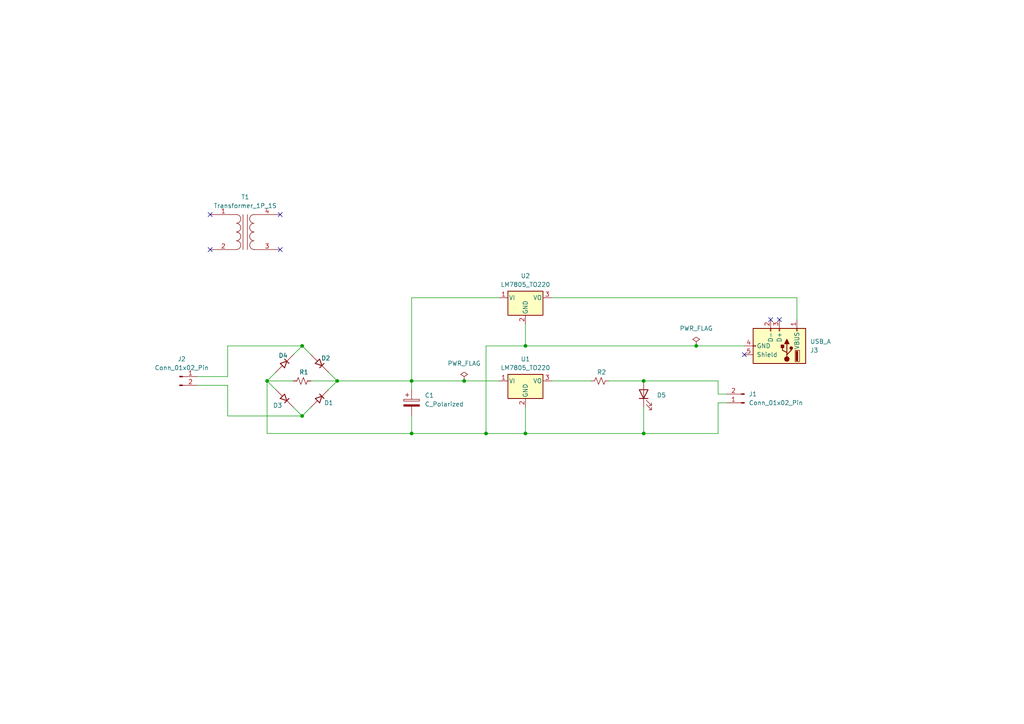
<source format=kicad_sch>
(kicad_sch
	(version 20250114)
	(generator "eeschema")
	(generator_version "9.0")
	(uuid "f27de74d-79e2-4f5f-8809-7d4b5c38061a")
	(paper "A4")
	(lib_symbols
		(symbol "Connector:Conn_01x02_Pin"
			(pin_names
				(offset 1.016)
				(hide yes)
			)
			(exclude_from_sim no)
			(in_bom yes)
			(on_board yes)
			(property "Reference" "J"
				(at 0 2.54 0)
				(effects
					(font
						(size 1.27 1.27)
					)
				)
			)
			(property "Value" "Conn_01x02_Pin"
				(at 0 -5.08 0)
				(effects
					(font
						(size 1.27 1.27)
					)
				)
			)
			(property "Footprint" ""
				(at 0 0 0)
				(effects
					(font
						(size 1.27 1.27)
					)
					(hide yes)
				)
			)
			(property "Datasheet" "~"
				(at 0 0 0)
				(effects
					(font
						(size 1.27 1.27)
					)
					(hide yes)
				)
			)
			(property "Description" "Generic connector, single row, 01x02, script generated"
				(at 0 0 0)
				(effects
					(font
						(size 1.27 1.27)
					)
					(hide yes)
				)
			)
			(property "ki_locked" ""
				(at 0 0 0)
				(effects
					(font
						(size 1.27 1.27)
					)
				)
			)
			(property "ki_keywords" "connector"
				(at 0 0 0)
				(effects
					(font
						(size 1.27 1.27)
					)
					(hide yes)
				)
			)
			(property "ki_fp_filters" "Connector*:*_1x??_*"
				(at 0 0 0)
				(effects
					(font
						(size 1.27 1.27)
					)
					(hide yes)
				)
			)
			(symbol "Conn_01x02_Pin_1_1"
				(rectangle
					(start 0.8636 0.127)
					(end 0 -0.127)
					(stroke
						(width 0.1524)
						(type default)
					)
					(fill
						(type outline)
					)
				)
				(rectangle
					(start 0.8636 -2.413)
					(end 0 -2.667)
					(stroke
						(width 0.1524)
						(type default)
					)
					(fill
						(type outline)
					)
				)
				(polyline
					(pts
						(xy 1.27 0) (xy 0.8636 0)
					)
					(stroke
						(width 0.1524)
						(type default)
					)
					(fill
						(type none)
					)
				)
				(polyline
					(pts
						(xy 1.27 -2.54) (xy 0.8636 -2.54)
					)
					(stroke
						(width 0.1524)
						(type default)
					)
					(fill
						(type none)
					)
				)
				(pin passive line
					(at 5.08 0 180)
					(length 3.81)
					(name "Pin_1"
						(effects
							(font
								(size 1.27 1.27)
							)
						)
					)
					(number "1"
						(effects
							(font
								(size 1.27 1.27)
							)
						)
					)
				)
				(pin passive line
					(at 5.08 -2.54 180)
					(length 3.81)
					(name "Pin_2"
						(effects
							(font
								(size 1.27 1.27)
							)
						)
					)
					(number "2"
						(effects
							(font
								(size 1.27 1.27)
							)
						)
					)
				)
			)
			(embedded_fonts no)
		)
		(symbol "Connector:USB_A"
			(pin_names
				(offset 1.016)
			)
			(exclude_from_sim no)
			(in_bom yes)
			(on_board yes)
			(property "Reference" "J"
				(at -5.08 11.43 0)
				(effects
					(font
						(size 1.27 1.27)
					)
					(justify left)
				)
			)
			(property "Value" "USB_A"
				(at -5.08 8.89 0)
				(effects
					(font
						(size 1.27 1.27)
					)
					(justify left)
				)
			)
			(property "Footprint" ""
				(at 3.81 -1.27 0)
				(effects
					(font
						(size 1.27 1.27)
					)
					(hide yes)
				)
			)
			(property "Datasheet" "~"
				(at 3.81 -1.27 0)
				(effects
					(font
						(size 1.27 1.27)
					)
					(hide yes)
				)
			)
			(property "Description" "USB Type A connector"
				(at 0 0 0)
				(effects
					(font
						(size 1.27 1.27)
					)
					(hide yes)
				)
			)
			(property "ki_keywords" "connector USB"
				(at 0 0 0)
				(effects
					(font
						(size 1.27 1.27)
					)
					(hide yes)
				)
			)
			(property "ki_fp_filters" "USB*"
				(at 0 0 0)
				(effects
					(font
						(size 1.27 1.27)
					)
					(hide yes)
				)
			)
			(symbol "USB_A_0_1"
				(rectangle
					(start -5.08 -7.62)
					(end 5.08 7.62)
					(stroke
						(width 0.254)
						(type default)
					)
					(fill
						(type background)
					)
				)
				(circle
					(center -3.81 2.159)
					(radius 0.635)
					(stroke
						(width 0.254)
						(type default)
					)
					(fill
						(type outline)
					)
				)
				(polyline
					(pts
						(xy -3.175 2.159) (xy -2.54 2.159) (xy -1.27 3.429) (xy -0.635 3.429)
					)
					(stroke
						(width 0.254)
						(type default)
					)
					(fill
						(type none)
					)
				)
				(polyline
					(pts
						(xy -2.54 2.159) (xy -1.905 2.159) (xy -1.27 0.889) (xy 0 0.889)
					)
					(stroke
						(width 0.254)
						(type default)
					)
					(fill
						(type none)
					)
				)
				(rectangle
					(start -1.524 4.826)
					(end -4.318 5.334)
					(stroke
						(width 0)
						(type default)
					)
					(fill
						(type outline)
					)
				)
				(rectangle
					(start -1.27 4.572)
					(end -4.572 5.842)
					(stroke
						(width 0)
						(type default)
					)
					(fill
						(type none)
					)
				)
				(circle
					(center -0.635 3.429)
					(radius 0.381)
					(stroke
						(width 0.254)
						(type default)
					)
					(fill
						(type outline)
					)
				)
				(rectangle
					(start -0.127 -7.62)
					(end 0.127 -6.858)
					(stroke
						(width 0)
						(type default)
					)
					(fill
						(type none)
					)
				)
				(rectangle
					(start 0.254 1.27)
					(end -0.508 0.508)
					(stroke
						(width 0.254)
						(type default)
					)
					(fill
						(type outline)
					)
				)
				(polyline
					(pts
						(xy 0.635 2.794) (xy 0.635 1.524) (xy 1.905 2.159) (xy 0.635 2.794)
					)
					(stroke
						(width 0.254)
						(type default)
					)
					(fill
						(type outline)
					)
				)
				(rectangle
					(start 5.08 4.953)
					(end 4.318 5.207)
					(stroke
						(width 0)
						(type default)
					)
					(fill
						(type none)
					)
				)
				(rectangle
					(start 5.08 -0.127)
					(end 4.318 0.127)
					(stroke
						(width 0)
						(type default)
					)
					(fill
						(type none)
					)
				)
				(rectangle
					(start 5.08 -2.667)
					(end 4.318 -2.413)
					(stroke
						(width 0)
						(type default)
					)
					(fill
						(type none)
					)
				)
			)
			(symbol "USB_A_1_1"
				(polyline
					(pts
						(xy -1.905 2.159) (xy 0.635 2.159)
					)
					(stroke
						(width 0.254)
						(type default)
					)
					(fill
						(type none)
					)
				)
				(pin passive line
					(at -2.54 -10.16 90)
					(length 2.54)
					(name "Shield"
						(effects
							(font
								(size 1.27 1.27)
							)
						)
					)
					(number "5"
						(effects
							(font
								(size 1.27 1.27)
							)
						)
					)
				)
				(pin power_in line
					(at 0 -10.16 90)
					(length 2.54)
					(name "GND"
						(effects
							(font
								(size 1.27 1.27)
							)
						)
					)
					(number "4"
						(effects
							(font
								(size 1.27 1.27)
							)
						)
					)
				)
				(pin power_in line
					(at 7.62 5.08 180)
					(length 2.54)
					(name "VBUS"
						(effects
							(font
								(size 1.27 1.27)
							)
						)
					)
					(number "1"
						(effects
							(font
								(size 1.27 1.27)
							)
						)
					)
				)
				(pin bidirectional line
					(at 7.62 0 180)
					(length 2.54)
					(name "D+"
						(effects
							(font
								(size 1.27 1.27)
							)
						)
					)
					(number "3"
						(effects
							(font
								(size 1.27 1.27)
							)
						)
					)
				)
				(pin bidirectional line
					(at 7.62 -2.54 180)
					(length 2.54)
					(name "D-"
						(effects
							(font
								(size 1.27 1.27)
							)
						)
					)
					(number "2"
						(effects
							(font
								(size 1.27 1.27)
							)
						)
					)
				)
			)
			(embedded_fonts no)
		)
		(symbol "Device:C_Polarized"
			(pin_numbers
				(hide yes)
			)
			(pin_names
				(offset 0.254)
			)
			(exclude_from_sim no)
			(in_bom yes)
			(on_board yes)
			(property "Reference" "C"
				(at 0.635 2.54 0)
				(effects
					(font
						(size 1.27 1.27)
					)
					(justify left)
				)
			)
			(property "Value" "C_Polarized"
				(at 0.635 -2.54 0)
				(effects
					(font
						(size 1.27 1.27)
					)
					(justify left)
				)
			)
			(property "Footprint" ""
				(at 0.9652 -3.81 0)
				(effects
					(font
						(size 1.27 1.27)
					)
					(hide yes)
				)
			)
			(property "Datasheet" "~"
				(at 0 0 0)
				(effects
					(font
						(size 1.27 1.27)
					)
					(hide yes)
				)
			)
			(property "Description" "Polarized capacitor"
				(at 0 0 0)
				(effects
					(font
						(size 1.27 1.27)
					)
					(hide yes)
				)
			)
			(property "ki_keywords" "cap capacitor"
				(at 0 0 0)
				(effects
					(font
						(size 1.27 1.27)
					)
					(hide yes)
				)
			)
			(property "ki_fp_filters" "CP_*"
				(at 0 0 0)
				(effects
					(font
						(size 1.27 1.27)
					)
					(hide yes)
				)
			)
			(symbol "C_Polarized_0_1"
				(rectangle
					(start -2.286 0.508)
					(end 2.286 1.016)
					(stroke
						(width 0)
						(type default)
					)
					(fill
						(type none)
					)
				)
				(polyline
					(pts
						(xy -1.778 2.286) (xy -0.762 2.286)
					)
					(stroke
						(width 0)
						(type default)
					)
					(fill
						(type none)
					)
				)
				(polyline
					(pts
						(xy -1.27 2.794) (xy -1.27 1.778)
					)
					(stroke
						(width 0)
						(type default)
					)
					(fill
						(type none)
					)
				)
				(rectangle
					(start 2.286 -0.508)
					(end -2.286 -1.016)
					(stroke
						(width 0)
						(type default)
					)
					(fill
						(type outline)
					)
				)
			)
			(symbol "C_Polarized_1_1"
				(pin passive line
					(at 0 3.81 270)
					(length 2.794)
					(name "~"
						(effects
							(font
								(size 1.27 1.27)
							)
						)
					)
					(number "1"
						(effects
							(font
								(size 1.27 1.27)
							)
						)
					)
				)
				(pin passive line
					(at 0 -3.81 90)
					(length 2.794)
					(name "~"
						(effects
							(font
								(size 1.27 1.27)
							)
						)
					)
					(number "2"
						(effects
							(font
								(size 1.27 1.27)
							)
						)
					)
				)
			)
			(embedded_fonts no)
		)
		(symbol "Device:D_45deg"
			(pin_numbers
				(hide yes)
			)
			(pin_names
				(offset 0)
				(hide yes)
			)
			(exclude_from_sim no)
			(in_bom yes)
			(on_board yes)
			(property "Reference" "D"
				(at 1.27 2.54 0)
				(effects
					(font
						(size 1.27 1.27)
					)
					(justify left)
				)
			)
			(property "Value" "D_45deg"
				(at 1.27 0 0)
				(effects
					(font
						(size 1.27 1.27)
					)
					(justify left)
				)
			)
			(property "Footprint" ""
				(at 0 0 0)
				(effects
					(font
						(size 1.27 1.27)
					)
					(hide yes)
				)
			)
			(property "Datasheet" "~"
				(at 0 0 0)
				(effects
					(font
						(size 1.27 1.27)
					)
					(hide yes)
				)
			)
			(property "Description" "Diode, rotated by 45°"
				(at 0 0 0)
				(effects
					(font
						(size 1.27 1.27)
					)
					(hide yes)
				)
			)
			(property "Sim.Device" "D"
				(at 0 -11.43 0)
				(effects
					(font
						(size 1.27 1.27)
					)
					(hide yes)
				)
			)
			(property "Sim.Pins" "1=K 2=A"
				(at 0 -8.89 0)
				(effects
					(font
						(size 1.27 1.27)
					)
					(hide yes)
				)
			)
			(property "ki_keywords" "Diode"
				(at 0 0 0)
				(effects
					(font
						(size 1.27 1.27)
					)
					(hide yes)
				)
			)
			(property "ki_fp_filters" "D*Bridge* D*Rectifier*"
				(at 0 0 0)
				(effects
					(font
						(size 1.27 1.27)
					)
					(hide yes)
				)
			)
			(symbol "D_45deg_0_1"
				(polyline
					(pts
						(xy -1.27 0) (xy 0 1.27) (xy 0.635 -0.635) (xy -1.27 0)
					)
					(stroke
						(width 0.254)
						(type default)
					)
					(fill
						(type none)
					)
				)
				(polyline
					(pts
						(xy -0.635 0.635) (xy -2.54 2.54)
					)
					(stroke
						(width 0)
						(type default)
					)
					(fill
						(type none)
					)
				)
				(polyline
					(pts
						(xy 0 -1.27) (xy 1.27 0)
					)
					(stroke
						(width 0.254)
						(type default)
					)
					(fill
						(type none)
					)
				)
				(polyline
					(pts
						(xy 2.54 -2.54) (xy 0.635 -0.635)
					)
					(stroke
						(width 0)
						(type default)
					)
					(fill
						(type none)
					)
				)
			)
			(symbol "D_45deg_1_1"
				(pin passive line
					(at -2.54 2.54 0)
					(length 0)
					(name "A"
						(effects
							(font
								(size 1.27 1.27)
							)
						)
					)
					(number "2"
						(effects
							(font
								(size 1.27 1.27)
							)
						)
					)
				)
				(pin passive line
					(at 2.54 -2.54 180)
					(length 0)
					(name "K"
						(effects
							(font
								(size 1.27 1.27)
							)
						)
					)
					(number "1"
						(effects
							(font
								(size 1.27 1.27)
							)
						)
					)
				)
			)
			(embedded_fonts no)
		)
		(symbol "Device:LED"
			(pin_numbers
				(hide yes)
			)
			(pin_names
				(offset 1.016)
				(hide yes)
			)
			(exclude_from_sim no)
			(in_bom yes)
			(on_board yes)
			(property "Reference" "D"
				(at 0 2.54 0)
				(effects
					(font
						(size 1.27 1.27)
					)
				)
			)
			(property "Value" "LED"
				(at 0 -2.54 0)
				(effects
					(font
						(size 1.27 1.27)
					)
				)
			)
			(property "Footprint" ""
				(at 0 0 0)
				(effects
					(font
						(size 1.27 1.27)
					)
					(hide yes)
				)
			)
			(property "Datasheet" "~"
				(at 0 0 0)
				(effects
					(font
						(size 1.27 1.27)
					)
					(hide yes)
				)
			)
			(property "Description" "Light emitting diode"
				(at 0 0 0)
				(effects
					(font
						(size 1.27 1.27)
					)
					(hide yes)
				)
			)
			(property "Sim.Pins" "1=K 2=A"
				(at 0 0 0)
				(effects
					(font
						(size 1.27 1.27)
					)
					(hide yes)
				)
			)
			(property "ki_keywords" "LED diode"
				(at 0 0 0)
				(effects
					(font
						(size 1.27 1.27)
					)
					(hide yes)
				)
			)
			(property "ki_fp_filters" "LED* LED_SMD:* LED_THT:*"
				(at 0 0 0)
				(effects
					(font
						(size 1.27 1.27)
					)
					(hide yes)
				)
			)
			(symbol "LED_0_1"
				(polyline
					(pts
						(xy -3.048 -0.762) (xy -4.572 -2.286) (xy -3.81 -2.286) (xy -4.572 -2.286) (xy -4.572 -1.524)
					)
					(stroke
						(width 0)
						(type default)
					)
					(fill
						(type none)
					)
				)
				(polyline
					(pts
						(xy -1.778 -0.762) (xy -3.302 -2.286) (xy -2.54 -2.286) (xy -3.302 -2.286) (xy -3.302 -1.524)
					)
					(stroke
						(width 0)
						(type default)
					)
					(fill
						(type none)
					)
				)
				(polyline
					(pts
						(xy -1.27 0) (xy 1.27 0)
					)
					(stroke
						(width 0)
						(type default)
					)
					(fill
						(type none)
					)
				)
				(polyline
					(pts
						(xy -1.27 -1.27) (xy -1.27 1.27)
					)
					(stroke
						(width 0.254)
						(type default)
					)
					(fill
						(type none)
					)
				)
				(polyline
					(pts
						(xy 1.27 -1.27) (xy 1.27 1.27) (xy -1.27 0) (xy 1.27 -1.27)
					)
					(stroke
						(width 0.254)
						(type default)
					)
					(fill
						(type none)
					)
				)
			)
			(symbol "LED_1_1"
				(pin passive line
					(at -3.81 0 0)
					(length 2.54)
					(name "K"
						(effects
							(font
								(size 1.27 1.27)
							)
						)
					)
					(number "1"
						(effects
							(font
								(size 1.27 1.27)
							)
						)
					)
				)
				(pin passive line
					(at 3.81 0 180)
					(length 2.54)
					(name "A"
						(effects
							(font
								(size 1.27 1.27)
							)
						)
					)
					(number "2"
						(effects
							(font
								(size 1.27 1.27)
							)
						)
					)
				)
			)
			(embedded_fonts no)
		)
		(symbol "Device:R_Small_US"
			(pin_numbers
				(hide yes)
			)
			(pin_names
				(offset 0.254)
				(hide yes)
			)
			(exclude_from_sim no)
			(in_bom yes)
			(on_board yes)
			(property "Reference" "R"
				(at 0.762 0.508 0)
				(effects
					(font
						(size 1.27 1.27)
					)
					(justify left)
				)
			)
			(property "Value" "R_Small_US"
				(at 0.762 -1.016 0)
				(effects
					(font
						(size 1.27 1.27)
					)
					(justify left)
				)
			)
			(property "Footprint" ""
				(at 0 0 0)
				(effects
					(font
						(size 1.27 1.27)
					)
					(hide yes)
				)
			)
			(property "Datasheet" "~"
				(at 0 0 0)
				(effects
					(font
						(size 1.27 1.27)
					)
					(hide yes)
				)
			)
			(property "Description" "Resistor, small US symbol"
				(at 0 0 0)
				(effects
					(font
						(size 1.27 1.27)
					)
					(hide yes)
				)
			)
			(property "ki_keywords" "r resistor"
				(at 0 0 0)
				(effects
					(font
						(size 1.27 1.27)
					)
					(hide yes)
				)
			)
			(property "ki_fp_filters" "R_*"
				(at 0 0 0)
				(effects
					(font
						(size 1.27 1.27)
					)
					(hide yes)
				)
			)
			(symbol "R_Small_US_1_1"
				(polyline
					(pts
						(xy 0 1.524) (xy 1.016 1.143) (xy 0 0.762) (xy -1.016 0.381) (xy 0 0)
					)
					(stroke
						(width 0)
						(type default)
					)
					(fill
						(type none)
					)
				)
				(polyline
					(pts
						(xy 0 0) (xy 1.016 -0.381) (xy 0 -0.762) (xy -1.016 -1.143) (xy 0 -1.524)
					)
					(stroke
						(width 0)
						(type default)
					)
					(fill
						(type none)
					)
				)
				(pin passive line
					(at 0 2.54 270)
					(length 1.016)
					(name "~"
						(effects
							(font
								(size 1.27 1.27)
							)
						)
					)
					(number "1"
						(effects
							(font
								(size 1.27 1.27)
							)
						)
					)
				)
				(pin passive line
					(at 0 -2.54 90)
					(length 1.016)
					(name "~"
						(effects
							(font
								(size 1.27 1.27)
							)
						)
					)
					(number "2"
						(effects
							(font
								(size 1.27 1.27)
							)
						)
					)
				)
			)
			(embedded_fonts no)
		)
		(symbol "Device:Transformer_1P_1S"
			(pin_names
				(offset 1.016)
				(hide yes)
			)
			(exclude_from_sim no)
			(in_bom yes)
			(on_board yes)
			(property "Reference" "T"
				(at 0 6.35 0)
				(effects
					(font
						(size 1.27 1.27)
					)
				)
			)
			(property "Value" "Transformer_1P_1S"
				(at 0 -7.62 0)
				(effects
					(font
						(size 1.27 1.27)
					)
				)
			)
			(property "Footprint" ""
				(at 0 0 0)
				(effects
					(font
						(size 1.27 1.27)
					)
					(hide yes)
				)
			)
			(property "Datasheet" "~"
				(at 0 0 0)
				(effects
					(font
						(size 1.27 1.27)
					)
					(hide yes)
				)
			)
			(property "Description" "Transformer, single primary, single secondary"
				(at 0 0 0)
				(effects
					(font
						(size 1.27 1.27)
					)
					(hide yes)
				)
			)
			(property "ki_keywords" "transformer coil magnet"
				(at 0 0 0)
				(effects
					(font
						(size 1.27 1.27)
					)
					(hide yes)
				)
			)
			(symbol "Transformer_1P_1S_0_1"
				(arc
					(start -1.27 3.81)
					(mid -1.656 2.9336)
					(end -2.54 2.5654)
					(stroke
						(width 0)
						(type default)
					)
					(fill
						(type none)
					)
				)
				(arc
					(start -1.27 1.27)
					(mid -1.656 0.3936)
					(end -2.54 0.0254)
					(stroke
						(width 0)
						(type default)
					)
					(fill
						(type none)
					)
				)
				(arc
					(start -1.27 -1.27)
					(mid -1.656 -2.1464)
					(end -2.54 -2.5146)
					(stroke
						(width 0)
						(type default)
					)
					(fill
						(type none)
					)
				)
				(arc
					(start -1.27 -3.81)
					(mid -1.656 -4.6864)
					(end -2.54 -5.0546)
					(stroke
						(width 0)
						(type default)
					)
					(fill
						(type none)
					)
				)
				(arc
					(start -2.54 5.08)
					(mid -1.642 4.708)
					(end -1.27 3.81)
					(stroke
						(width 0)
						(type default)
					)
					(fill
						(type none)
					)
				)
				(arc
					(start -2.54 2.54)
					(mid -1.642 2.168)
					(end -1.27 1.27)
					(stroke
						(width 0)
						(type default)
					)
					(fill
						(type none)
					)
				)
				(arc
					(start -2.54 0)
					(mid -1.642 -0.372)
					(end -1.27 -1.27)
					(stroke
						(width 0)
						(type default)
					)
					(fill
						(type none)
					)
				)
				(arc
					(start -2.54 -2.54)
					(mid -1.642 -2.912)
					(end -1.27 -3.81)
					(stroke
						(width 0)
						(type default)
					)
					(fill
						(type none)
					)
				)
				(polyline
					(pts
						(xy -0.635 5.08) (xy -0.635 -5.08)
					)
					(stroke
						(width 0)
						(type default)
					)
					(fill
						(type none)
					)
				)
				(polyline
					(pts
						(xy 0.635 -5.08) (xy 0.635 5.08)
					)
					(stroke
						(width 0)
						(type default)
					)
					(fill
						(type none)
					)
				)
				(arc
					(start 1.2954 3.81)
					(mid 1.6457 4.7117)
					(end 2.54 5.08)
					(stroke
						(width 0)
						(type default)
					)
					(fill
						(type none)
					)
				)
				(arc
					(start 1.2954 1.27)
					(mid 1.6457 2.1717)
					(end 2.54 2.54)
					(stroke
						(width 0)
						(type default)
					)
					(fill
						(type none)
					)
				)
				(arc
					(start 1.2954 -1.27)
					(mid 1.6457 -0.3683)
					(end 2.54 0)
					(stroke
						(width 0)
						(type default)
					)
					(fill
						(type none)
					)
				)
				(arc
					(start 2.54 2.5654)
					(mid 1.6599 2.9299)
					(end 1.2954 3.81)
					(stroke
						(width 0)
						(type default)
					)
					(fill
						(type none)
					)
				)
				(arc
					(start 2.54 0.0254)
					(mid 1.6599 0.3899)
					(end 1.2954 1.27)
					(stroke
						(width 0)
						(type default)
					)
					(fill
						(type none)
					)
				)
				(arc
					(start 2.54 -2.5146)
					(mid 1.6599 -2.1501)
					(end 1.2954 -1.27)
					(stroke
						(width 0)
						(type default)
					)
					(fill
						(type none)
					)
				)
				(arc
					(start 1.3208 -3.81)
					(mid 1.6711 -2.9085)
					(end 2.5654 -2.54)
					(stroke
						(width 0)
						(type default)
					)
					(fill
						(type none)
					)
				)
				(arc
					(start 2.5654 -5.0546)
					(mid 1.6851 -4.6902)
					(end 1.3208 -3.81)
					(stroke
						(width 0)
						(type default)
					)
					(fill
						(type none)
					)
				)
			)
			(symbol "Transformer_1P_1S_1_1"
				(pin passive line
					(at -10.16 5.08 0)
					(length 7.62)
					(name "AA"
						(effects
							(font
								(size 1.27 1.27)
							)
						)
					)
					(number "1"
						(effects
							(font
								(size 1.27 1.27)
							)
						)
					)
				)
				(pin passive line
					(at -10.16 -5.08 0)
					(length 7.62)
					(name "AB"
						(effects
							(font
								(size 1.27 1.27)
							)
						)
					)
					(number "2"
						(effects
							(font
								(size 1.27 1.27)
							)
						)
					)
				)
				(pin passive line
					(at 10.16 5.08 180)
					(length 7.62)
					(name "SB"
						(effects
							(font
								(size 1.27 1.27)
							)
						)
					)
					(number "4"
						(effects
							(font
								(size 1.27 1.27)
							)
						)
					)
				)
				(pin passive line
					(at 10.16 -5.08 180)
					(length 7.62)
					(name "SA"
						(effects
							(font
								(size 1.27 1.27)
							)
						)
					)
					(number "3"
						(effects
							(font
								(size 1.27 1.27)
							)
						)
					)
				)
			)
			(embedded_fonts no)
		)
		(symbol "Regulator_Linear:LM7805_TO220"
			(pin_names
				(offset 0.254)
			)
			(exclude_from_sim no)
			(in_bom yes)
			(on_board yes)
			(property "Reference" "U"
				(at -3.81 3.175 0)
				(effects
					(font
						(size 1.27 1.27)
					)
				)
			)
			(property "Value" "LM7805_TO220"
				(at 0 3.175 0)
				(effects
					(font
						(size 1.27 1.27)
					)
					(justify left)
				)
			)
			(property "Footprint" "Package_TO_SOT_THT:TO-220-3_Vertical"
				(at 0 5.715 0)
				(effects
					(font
						(size 1.27 1.27)
						(italic yes)
					)
					(hide yes)
				)
			)
			(property "Datasheet" "https://www.onsemi.cn/PowerSolutions/document/MC7800-D.PDF"
				(at 0 -1.27 0)
				(effects
					(font
						(size 1.27 1.27)
					)
					(hide yes)
				)
			)
			(property "Description" "Positive 1A 35V Linear Regulator, Fixed Output 5V, TO-220"
				(at 0 0 0)
				(effects
					(font
						(size 1.27 1.27)
					)
					(hide yes)
				)
			)
			(property "ki_keywords" "Voltage Regulator 1A Positive"
				(at 0 0 0)
				(effects
					(font
						(size 1.27 1.27)
					)
					(hide yes)
				)
			)
			(property "ki_fp_filters" "TO?220*"
				(at 0 0 0)
				(effects
					(font
						(size 1.27 1.27)
					)
					(hide yes)
				)
			)
			(symbol "LM7805_TO220_0_1"
				(rectangle
					(start -5.08 1.905)
					(end 5.08 -5.08)
					(stroke
						(width 0.254)
						(type default)
					)
					(fill
						(type background)
					)
				)
			)
			(symbol "LM7805_TO220_1_1"
				(pin power_in line
					(at -7.62 0 0)
					(length 2.54)
					(name "VI"
						(effects
							(font
								(size 1.27 1.27)
							)
						)
					)
					(number "1"
						(effects
							(font
								(size 1.27 1.27)
							)
						)
					)
				)
				(pin power_in line
					(at 0 -7.62 90)
					(length 2.54)
					(name "GND"
						(effects
							(font
								(size 1.27 1.27)
							)
						)
					)
					(number "2"
						(effects
							(font
								(size 1.27 1.27)
							)
						)
					)
				)
				(pin power_out line
					(at 7.62 0 180)
					(length 2.54)
					(name "VO"
						(effects
							(font
								(size 1.27 1.27)
							)
						)
					)
					(number "3"
						(effects
							(font
								(size 1.27 1.27)
							)
						)
					)
				)
			)
			(embedded_fonts no)
		)
		(symbol "power:PWR_FLAG"
			(power)
			(pin_numbers
				(hide yes)
			)
			(pin_names
				(offset 0)
				(hide yes)
			)
			(exclude_from_sim no)
			(in_bom yes)
			(on_board yes)
			(property "Reference" "#FLG"
				(at 0 1.905 0)
				(effects
					(font
						(size 1.27 1.27)
					)
					(hide yes)
				)
			)
			(property "Value" "PWR_FLAG"
				(at 0 3.81 0)
				(effects
					(font
						(size 1.27 1.27)
					)
				)
			)
			(property "Footprint" ""
				(at 0 0 0)
				(effects
					(font
						(size 1.27 1.27)
					)
					(hide yes)
				)
			)
			(property "Datasheet" "~"
				(at 0 0 0)
				(effects
					(font
						(size 1.27 1.27)
					)
					(hide yes)
				)
			)
			(property "Description" "Special symbol for telling ERC where power comes from"
				(at 0 0 0)
				(effects
					(font
						(size 1.27 1.27)
					)
					(hide yes)
				)
			)
			(property "ki_keywords" "flag power"
				(at 0 0 0)
				(effects
					(font
						(size 1.27 1.27)
					)
					(hide yes)
				)
			)
			(symbol "PWR_FLAG_0_0"
				(pin power_out line
					(at 0 0 90)
					(length 0)
					(name "~"
						(effects
							(font
								(size 1.27 1.27)
							)
						)
					)
					(number "1"
						(effects
							(font
								(size 1.27 1.27)
							)
						)
					)
				)
			)
			(symbol "PWR_FLAG_0_1"
				(polyline
					(pts
						(xy 0 0) (xy 0 1.27) (xy -1.016 1.905) (xy 0 2.54) (xy 1.016 1.905) (xy 0 1.27)
					)
					(stroke
						(width 0)
						(type default)
					)
					(fill
						(type none)
					)
				)
			)
			(embedded_fonts no)
		)
	)
	(junction
		(at 152.4 100.33)
		(diameter 0)
		(color 0 0 0 0)
		(uuid "065af49e-d86c-4646-a9cd-e2d13835f9d9")
	)
	(junction
		(at 87.63 100.33)
		(diameter 0)
		(color 0 0 0 0)
		(uuid "15550a82-3258-41dc-941a-b70b9576a0b4")
	)
	(junction
		(at 140.97 125.73)
		(diameter 0)
		(color 0 0 0 0)
		(uuid "2f7db065-203d-49c6-8105-9d4c52fcf34a")
	)
	(junction
		(at 119.38 110.49)
		(diameter 0)
		(color 0 0 0 0)
		(uuid "605482bb-7224-4a2d-9a8d-e3195557e98f")
	)
	(junction
		(at 119.38 125.73)
		(diameter 0)
		(color 0 0 0 0)
		(uuid "68b3194c-21ef-4cbf-9706-feee432159cc")
	)
	(junction
		(at 97.79 110.49)
		(diameter 0)
		(color 0 0 0 0)
		(uuid "6bbfa0ea-cb77-4c08-b7e6-6fd1d5fe0475")
	)
	(junction
		(at 77.47 110.49)
		(diameter 0)
		(color 0 0 0 0)
		(uuid "94ff6378-14df-4420-9c0c-52778ba5b52b")
	)
	(junction
		(at 87.63 120.65)
		(diameter 0)
		(color 0 0 0 0)
		(uuid "ab0751f4-65af-46ad-8e1a-a5312edf56b5")
	)
	(junction
		(at 134.62 110.49)
		(diameter 0)
		(color 0 0 0 0)
		(uuid "b7800c2f-6854-43d6-8628-eae6a115b2f1")
	)
	(junction
		(at 152.4 125.73)
		(diameter 0)
		(color 0 0 0 0)
		(uuid "c0e82a2c-b09d-40d2-bde5-80b4d4a9c7b8")
	)
	(junction
		(at 186.69 125.73)
		(diameter 0)
		(color 0 0 0 0)
		(uuid "eeb5fed5-4502-42b0-9fee-84c6df95e0ac")
	)
	(junction
		(at 201.93 100.33)
		(diameter 0)
		(color 0 0 0 0)
		(uuid "f463ccaf-e59b-43a4-8136-a1f1a842fa0d")
	)
	(junction
		(at 186.69 110.49)
		(diameter 0)
		(color 0 0 0 0)
		(uuid "febec4b3-6baf-4238-b60e-f4bf127af30e")
	)
	(no_connect
		(at 81.28 72.39)
		(uuid "0f722122-cb6b-409b-b668-11b14a69162b")
	)
	(no_connect
		(at 215.9 102.87)
		(uuid "8184e71c-bee8-440b-9513-946ae1d92f98")
	)
	(no_connect
		(at 226.06 92.71)
		(uuid "a369101e-7d91-4c01-846a-3bc624ccecfc")
	)
	(no_connect
		(at 60.96 72.39)
		(uuid "b87b6a52-803b-49e8-9a00-82ab34a3bbe0")
	)
	(no_connect
		(at 81.28 62.23)
		(uuid "ba4b5069-e7e8-4b40-887e-39e51d4d3c92")
	)
	(no_connect
		(at 223.52 92.71)
		(uuid "dc5e2487-364f-454f-9ace-1528a9e911a4")
	)
	(no_connect
		(at 60.96 62.23)
		(uuid "f9ae8267-3b1c-47f2-b4d3-fdab658f3c18")
	)
	(wire
		(pts
			(xy 140.97 125.73) (xy 152.4 125.73)
		)
		(stroke
			(width 0)
			(type default)
		)
		(uuid "0569f2ad-3a52-4635-ab86-f402ed04ba0b")
	)
	(wire
		(pts
			(xy 152.4 93.98) (xy 152.4 100.33)
		)
		(stroke
			(width 0)
			(type default)
		)
		(uuid "0f74829a-38cc-4b28-8428-05103d060f5a")
	)
	(wire
		(pts
			(xy 208.28 116.84) (xy 208.28 125.73)
		)
		(stroke
			(width 0)
			(type default)
		)
		(uuid "10f0a350-dc17-4257-95fe-99f753cae870")
	)
	(wire
		(pts
			(xy 160.02 86.36) (xy 231.14 86.36)
		)
		(stroke
			(width 0)
			(type default)
		)
		(uuid "13488132-f7e0-4d3c-bd7d-5a37280ddf11")
	)
	(wire
		(pts
			(xy 119.38 125.73) (xy 77.47 125.73)
		)
		(stroke
			(width 0)
			(type default)
		)
		(uuid "1b3ecb9e-3a35-4881-94bf-7de92739e1d8")
	)
	(wire
		(pts
			(xy 87.63 100.33) (xy 90.17 102.87)
		)
		(stroke
			(width 0)
			(type default)
		)
		(uuid "27d861ee-4fb3-491e-8a83-c80ff643f47b")
	)
	(wire
		(pts
			(xy 152.4 118.11) (xy 152.4 125.73)
		)
		(stroke
			(width 0)
			(type default)
		)
		(uuid "2867edd8-787c-47c9-9d71-40618fcc819a")
	)
	(wire
		(pts
			(xy 176.53 110.49) (xy 186.69 110.49)
		)
		(stroke
			(width 0)
			(type default)
		)
		(uuid "2fd88d9f-5576-4dc5-aa7d-d416231c0217")
	)
	(wire
		(pts
			(xy 231.14 86.36) (xy 231.14 92.71)
		)
		(stroke
			(width 0)
			(type default)
		)
		(uuid "399623f7-a765-4ae5-8825-5a525292fd02")
	)
	(wire
		(pts
			(xy 208.28 114.3) (xy 208.28 110.49)
		)
		(stroke
			(width 0)
			(type default)
		)
		(uuid "3afdc934-5f14-4f20-b4b6-062cb69bc4b8")
	)
	(wire
		(pts
			(xy 85.09 102.87) (xy 87.63 100.33)
		)
		(stroke
			(width 0)
			(type default)
		)
		(uuid "4958de74-b155-476e-bd6e-92a6bc20809c")
	)
	(wire
		(pts
			(xy 57.15 109.22) (xy 66.04 109.22)
		)
		(stroke
			(width 0)
			(type default)
		)
		(uuid "49b433f8-754e-4c25-889b-7e4ee203eb98")
	)
	(wire
		(pts
			(xy 210.82 114.3) (xy 208.28 114.3)
		)
		(stroke
			(width 0)
			(type default)
		)
		(uuid "4e6e2841-8de8-48b5-a0c0-e6b457b7fe6d")
	)
	(wire
		(pts
			(xy 140.97 100.33) (xy 140.97 125.73)
		)
		(stroke
			(width 0)
			(type default)
		)
		(uuid "5411e160-d9f2-4de5-81ba-b57294986216")
	)
	(wire
		(pts
			(xy 90.17 110.49) (xy 97.79 110.49)
		)
		(stroke
			(width 0)
			(type default)
		)
		(uuid "55137b3a-3857-42f4-9305-17e1bf59845d")
	)
	(wire
		(pts
			(xy 152.4 100.33) (xy 140.97 100.33)
		)
		(stroke
			(width 0)
			(type default)
		)
		(uuid "5745be2a-7ab4-438e-aec1-198be8a6407a")
	)
	(wire
		(pts
			(xy 186.69 118.11) (xy 186.69 125.73)
		)
		(stroke
			(width 0)
			(type default)
		)
		(uuid "5f4c8655-c527-4dfb-a135-1a536c56e573")
	)
	(wire
		(pts
			(xy 66.04 109.22) (xy 66.04 100.33)
		)
		(stroke
			(width 0)
			(type default)
		)
		(uuid "666497df-e7f2-4175-b4a4-9671bafd10f9")
	)
	(wire
		(pts
			(xy 66.04 111.76) (xy 66.04 120.65)
		)
		(stroke
			(width 0)
			(type default)
		)
		(uuid "6ceea829-b3a6-43cc-9b4b-58215368a500")
	)
	(wire
		(pts
			(xy 186.69 125.73) (xy 208.28 125.73)
		)
		(stroke
			(width 0)
			(type default)
		)
		(uuid "6e2c895b-7442-475a-89be-f35aa25b1fa6")
	)
	(wire
		(pts
			(xy 97.79 110.49) (xy 119.38 110.49)
		)
		(stroke
			(width 0)
			(type default)
		)
		(uuid "778a317c-5314-4819-9d9e-441fc9b4be13")
	)
	(wire
		(pts
			(xy 152.4 125.73) (xy 186.69 125.73)
		)
		(stroke
			(width 0)
			(type default)
		)
		(uuid "7874fbb6-b4d8-4da9-8169-fed5ff7a8c91")
	)
	(wire
		(pts
			(xy 66.04 100.33) (xy 87.63 100.33)
		)
		(stroke
			(width 0)
			(type default)
		)
		(uuid "7a1b27d9-6d07-456f-b4de-2b9a5a2e8b8d")
	)
	(wire
		(pts
			(xy 160.02 110.49) (xy 171.45 110.49)
		)
		(stroke
			(width 0)
			(type default)
		)
		(uuid "896b0376-d597-412e-8f76-b18d5c62f53b")
	)
	(wire
		(pts
			(xy 85.09 110.49) (xy 77.47 110.49)
		)
		(stroke
			(width 0)
			(type default)
		)
		(uuid "8d9891b0-88a3-4eae-8dc6-7f5453d6be69")
	)
	(wire
		(pts
			(xy 119.38 86.36) (xy 119.38 110.49)
		)
		(stroke
			(width 0)
			(type default)
		)
		(uuid "8f25c4db-b916-43d4-9158-4883a0a28376")
	)
	(wire
		(pts
			(xy 144.78 86.36) (xy 119.38 86.36)
		)
		(stroke
			(width 0)
			(type default)
		)
		(uuid "912781b7-bacb-499a-af8e-ba87de4b9dca")
	)
	(wire
		(pts
			(xy 134.62 110.49) (xy 144.78 110.49)
		)
		(stroke
			(width 0)
			(type default)
		)
		(uuid "92e86bef-41d6-448a-91d7-034b0581b516")
	)
	(wire
		(pts
			(xy 210.82 116.84) (xy 208.28 116.84)
		)
		(stroke
			(width 0)
			(type default)
		)
		(uuid "9916148a-4ecd-47c2-bcec-2d5a6b3b05c2")
	)
	(wire
		(pts
			(xy 208.28 110.49) (xy 186.69 110.49)
		)
		(stroke
			(width 0)
			(type default)
		)
		(uuid "9bbe2482-efbd-49d2-9411-dfe6e2d95488")
	)
	(wire
		(pts
			(xy 77.47 110.49) (xy 80.01 113.03)
		)
		(stroke
			(width 0)
			(type default)
		)
		(uuid "a02c20e2-7012-47c2-9111-8dd5ca2279a2")
	)
	(wire
		(pts
			(xy 66.04 120.65) (xy 87.63 120.65)
		)
		(stroke
			(width 0)
			(type default)
		)
		(uuid "b4c28b33-c8cc-43f8-9024-541194a99210")
	)
	(wire
		(pts
			(xy 119.38 120.65) (xy 119.38 125.73)
		)
		(stroke
			(width 0)
			(type default)
		)
		(uuid "bd6eff90-0dd1-4feb-aaf2-95c8b99edd0b")
	)
	(wire
		(pts
			(xy 119.38 110.49) (xy 134.62 110.49)
		)
		(stroke
			(width 0)
			(type default)
		)
		(uuid "c084ae1a-3d1e-4f57-a800-eb365a00cb44")
	)
	(wire
		(pts
			(xy 119.38 125.73) (xy 140.97 125.73)
		)
		(stroke
			(width 0)
			(type default)
		)
		(uuid "c30530a4-3e16-4ab6-95af-0cb964bc8644")
	)
	(wire
		(pts
			(xy 77.47 125.73) (xy 77.47 110.49)
		)
		(stroke
			(width 0)
			(type default)
		)
		(uuid "c655198c-f175-4d03-9799-26661ce35456")
	)
	(wire
		(pts
			(xy 87.63 120.65) (xy 90.17 118.11)
		)
		(stroke
			(width 0)
			(type default)
		)
		(uuid "d4d280f3-5aa7-4e35-8357-ef5ab5c0b255")
	)
	(wire
		(pts
			(xy 201.93 100.33) (xy 152.4 100.33)
		)
		(stroke
			(width 0)
			(type default)
		)
		(uuid "d6a0ef0d-c760-4cb9-b448-78a405674657")
	)
	(wire
		(pts
			(xy 95.25 107.95) (xy 97.79 110.49)
		)
		(stroke
			(width 0)
			(type default)
		)
		(uuid "d76bb8b9-3f0e-4fc9-948b-e73b21a00a08")
	)
	(wire
		(pts
			(xy 57.15 111.76) (xy 66.04 111.76)
		)
		(stroke
			(width 0)
			(type default)
		)
		(uuid "dc3e802b-a674-49cf-82bf-29d80ce0c1ab")
	)
	(wire
		(pts
			(xy 85.09 118.11) (xy 87.63 120.65)
		)
		(stroke
			(width 0)
			(type default)
		)
		(uuid "e1acfb6e-72d1-4dc1-8c8c-a13653b3caa4")
	)
	(wire
		(pts
			(xy 119.38 110.49) (xy 119.38 113.03)
		)
		(stroke
			(width 0)
			(type default)
		)
		(uuid "e9995d71-4584-467f-b0c9-93efc658a605")
	)
	(wire
		(pts
			(xy 95.25 113.03) (xy 97.79 110.49)
		)
		(stroke
			(width 0)
			(type default)
		)
		(uuid "ee68013f-6ec2-4425-827e-9268511927a4")
	)
	(wire
		(pts
			(xy 215.9 100.33) (xy 201.93 100.33)
		)
		(stroke
			(width 0)
			(type default)
		)
		(uuid "f2bbad78-f39d-48bd-b962-157ce1af9be6")
	)
	(wire
		(pts
			(xy 80.01 107.95) (xy 77.47 110.49)
		)
		(stroke
			(width 0)
			(type default)
		)
		(uuid "fba1c7fd-9503-4329-bb39-b22d7e42e72d")
	)
	(symbol
		(lib_id "Device:D_45deg")
		(at 82.55 105.41 90)
		(unit 1)
		(exclude_from_sim no)
		(in_bom yes)
		(on_board yes)
		(dnp no)
		(uuid "00a35b69-a534-4dcf-a968-2c425acad05e")
		(property "Reference" "D4"
			(at 80.772 103.124 90)
			(effects
				(font
					(size 1.27 1.27)
				)
				(justify right)
			)
		)
		(property "Value" "D_45deg"
			(at 86.36 106.6799 90)
			(effects
				(font
					(size 1.27 1.27)
				)
				(justify right)
				(hide yes)
			)
		)
		(property "Footprint" "Diode_THT:D_A-405_P7.62mm_Horizontal"
			(at 82.55 105.41 0)
			(effects
				(font
					(size 1.27 1.27)
				)
				(hide yes)
			)
		)
		(property "Datasheet" "~"
			(at 82.55 105.41 0)
			(effects
				(font
					(size 1.27 1.27)
				)
				(hide yes)
			)
		)
		(property "Description" "Diode, rotated by 45°"
			(at 82.55 105.41 0)
			(effects
				(font
					(size 1.27 1.27)
				)
				(hide yes)
			)
		)
		(property "Sim.Device" "D"
			(at 93.98 105.41 0)
			(effects
				(font
					(size 1.27 1.27)
				)
				(hide yes)
			)
		)
		(property "Sim.Pins" "1=K 2=A"
			(at 91.44 105.41 0)
			(effects
				(font
					(size 1.27 1.27)
				)
				(hide yes)
			)
		)
		(pin "1"
			(uuid "db765756-2119-4760-a0bc-a2d46c35591d")
		)
		(pin "2"
			(uuid "7a70b525-9bab-45cb-ae73-3e21b17afc7c")
		)
		(instances
			(project "Charger"
				(path "/f27de74d-79e2-4f5f-8809-7d4b5c38061a"
					(reference "D4")
					(unit 1)
				)
			)
		)
	)
	(symbol
		(lib_id "Device:R_Small_US")
		(at 173.99 110.49 90)
		(unit 1)
		(exclude_from_sim no)
		(in_bom yes)
		(on_board yes)
		(dnp no)
		(uuid "253be3ab-513b-41b3-859c-1e6347e4995e")
		(property "Reference" "R2"
			(at 174.498 107.95 90)
			(effects
				(font
					(size 1.27 1.27)
				)
			)
		)
		(property "Value" "R_Small_US"
			(at 174.244 108.458 90)
			(effects
				(font
					(size 1.27 1.27)
				)
				(hide yes)
			)
		)
		(property "Footprint" "Resistor_THT:R_Axial_DIN0207_L6.3mm_D2.5mm_P10.16mm_Horizontal"
			(at 173.99 110.49 0)
			(effects
				(font
					(size 1.27 1.27)
				)
				(hide yes)
			)
		)
		(property "Datasheet" "~"
			(at 173.99 110.49 0)
			(effects
				(font
					(size 1.27 1.27)
				)
				(hide yes)
			)
		)
		(property "Description" "Resistor, small US symbol"
			(at 173.99 110.49 0)
			(effects
				(font
					(size 1.27 1.27)
				)
				(hide yes)
			)
		)
		(pin "1"
			(uuid "3ca1b002-1293-4e9c-851c-742c2532b42e")
		)
		(pin "2"
			(uuid "942ad8ad-e650-4bfa-8c7e-9dee390a4947")
		)
		(instances
			(project "Charger"
				(path "/f27de74d-79e2-4f5f-8809-7d4b5c38061a"
					(reference "R2")
					(unit 1)
				)
			)
		)
	)
	(symbol
		(lib_id "Device:D_45deg")
		(at 92.71 105.41 0)
		(unit 1)
		(exclude_from_sim no)
		(in_bom yes)
		(on_board yes)
		(dnp no)
		(uuid "2b8ca683-6482-4057-a6ea-e1224fd97eff")
		(property "Reference" "D2"
			(at 94.488 103.886 0)
			(effects
				(font
					(size 1.27 1.27)
				)
			)
		)
		(property "Value" "D_45deg"
			(at 92.71 100.33 0)
			(effects
				(font
					(size 1.27 1.27)
				)
				(hide yes)
			)
		)
		(property "Footprint" "Diode_THT:D_A-405_P7.62mm_Horizontal"
			(at 92.71 105.41 0)
			(effects
				(font
					(size 1.27 1.27)
				)
				(hide yes)
			)
		)
		(property "Datasheet" "~"
			(at 92.71 105.41 0)
			(effects
				(font
					(size 1.27 1.27)
				)
				(hide yes)
			)
		)
		(property "Description" "Diode, rotated by 45°"
			(at 92.71 105.41 0)
			(effects
				(font
					(size 1.27 1.27)
				)
				(hide yes)
			)
		)
		(property "Sim.Device" "D"
			(at 92.71 116.84 0)
			(effects
				(font
					(size 1.27 1.27)
				)
				(hide yes)
			)
		)
		(property "Sim.Pins" "1=K 2=A"
			(at 92.71 114.3 0)
			(effects
				(font
					(size 1.27 1.27)
				)
				(hide yes)
			)
		)
		(pin "1"
			(uuid "d6bbde2f-c570-4b84-a6b3-2f783a5581c0")
		)
		(pin "2"
			(uuid "bed4ce30-4f51-46d4-be83-0fca009717f9")
		)
		(instances
			(project ""
				(path "/f27de74d-79e2-4f5f-8809-7d4b5c38061a"
					(reference "D2")
					(unit 1)
				)
			)
		)
	)
	(symbol
		(lib_id "Connector:USB_A")
		(at 226.06 100.33 270)
		(mirror x)
		(unit 1)
		(exclude_from_sim no)
		(in_bom yes)
		(on_board yes)
		(dnp no)
		(uuid "368f1ce2-103f-4b57-8cf1-c492a14c203a")
		(property "Reference" "J3"
			(at 234.95 101.6001 90)
			(effects
				(font
					(size 1.27 1.27)
				)
				(justify left)
			)
		)
		(property "Value" "USB_A"
			(at 234.95 99.0601 90)
			(effects
				(font
					(size 1.27 1.27)
				)
				(justify left)
			)
		)
		(property "Footprint" "Connector_USB:USB_A_CNCTech_1001-011-01101_Horizontal"
			(at 224.79 96.52 0)
			(effects
				(font
					(size 1.27 1.27)
				)
				(hide yes)
			)
		)
		(property "Datasheet" "~"
			(at 224.79 96.52 0)
			(effects
				(font
					(size 1.27 1.27)
				)
				(hide yes)
			)
		)
		(property "Description" "USB Type A connector"
			(at 226.06 100.33 0)
			(effects
				(font
					(size 1.27 1.27)
				)
				(hide yes)
			)
		)
		(pin "1"
			(uuid "9e56dfd3-9e6e-4dc7-b636-36eb43aac0b3")
		)
		(pin "4"
			(uuid "5159a0e7-4eca-4b35-9aec-e23f807ea61b")
		)
		(pin "3"
			(uuid "2509b46e-7d06-4229-a72a-728ef6772da4")
		)
		(pin "2"
			(uuid "a9658e72-1235-4141-891f-ac72178f69d4")
		)
		(pin "5"
			(uuid "ac0cf1d3-0830-41e6-a6b0-3e2b87ba405b")
		)
		(instances
			(project ""
				(path "/f27de74d-79e2-4f5f-8809-7d4b5c38061a"
					(reference "J3")
					(unit 1)
				)
			)
		)
	)
	(symbol
		(lib_id "Device:D_45deg")
		(at 82.55 115.57 0)
		(unit 1)
		(exclude_from_sim no)
		(in_bom yes)
		(on_board yes)
		(dnp no)
		(uuid "42830171-5989-4a31-879d-d88206171236")
		(property "Reference" "D3"
			(at 80.518 117.602 0)
			(effects
				(font
					(size 1.27 1.27)
				)
			)
		)
		(property "Value" "D_45deg"
			(at 82.55 120.65 0)
			(effects
				(font
					(size 1.27 1.27)
				)
				(hide yes)
			)
		)
		(property "Footprint" "Diode_THT:D_A-405_P7.62mm_Horizontal"
			(at 82.55 115.57 0)
			(effects
				(font
					(size 1.27 1.27)
				)
				(hide yes)
			)
		)
		(property "Datasheet" "~"
			(at 82.55 115.57 0)
			(effects
				(font
					(size 1.27 1.27)
				)
				(hide yes)
			)
		)
		(property "Description" "Diode, rotated by 45°"
			(at 82.55 115.57 0)
			(effects
				(font
					(size 1.27 1.27)
				)
				(hide yes)
			)
		)
		(property "Sim.Device" "D"
			(at 82.55 127 0)
			(effects
				(font
					(size 1.27 1.27)
				)
				(hide yes)
			)
		)
		(property "Sim.Pins" "1=K 2=A"
			(at 82.55 124.46 0)
			(effects
				(font
					(size 1.27 1.27)
				)
				(hide yes)
			)
		)
		(pin "1"
			(uuid "2b7f39db-7f73-4362-bbb7-f957e56328ab")
		)
		(pin "2"
			(uuid "743ee0f9-8fdd-4290-b355-650968fd0b15")
		)
		(instances
			(project "Charger"
				(path "/f27de74d-79e2-4f5f-8809-7d4b5c38061a"
					(reference "D3")
					(unit 1)
				)
			)
		)
	)
	(symbol
		(lib_id "Device:D_45deg")
		(at 92.71 115.57 90)
		(unit 1)
		(exclude_from_sim no)
		(in_bom yes)
		(on_board yes)
		(dnp no)
		(uuid "4a3ba325-8b7f-4bbc-9c1a-63df0fed5882")
		(property "Reference" "D1"
			(at 93.98 116.84 90)
			(effects
				(font
					(size 1.27 1.27)
				)
				(justify right)
			)
		)
		(property "Value" "D_45deg"
			(at 96.52 116.8399 90)
			(effects
				(font
					(size 1.27 1.27)
				)
				(justify right)
				(hide yes)
			)
		)
		(property "Footprint" "Diode_THT:D_A-405_P7.62mm_Horizontal"
			(at 92.71 115.57 0)
			(effects
				(font
					(size 1.27 1.27)
				)
				(hide yes)
			)
		)
		(property "Datasheet" "~"
			(at 92.71 115.57 0)
			(effects
				(font
					(size 1.27 1.27)
				)
				(hide yes)
			)
		)
		(property "Description" "Diode, rotated by 45°"
			(at 92.71 115.57 0)
			(effects
				(font
					(size 1.27 1.27)
				)
				(hide yes)
			)
		)
		(property "Sim.Device" "D"
			(at 104.14 115.57 0)
			(effects
				(font
					(size 1.27 1.27)
				)
				(hide yes)
			)
		)
		(property "Sim.Pins" "1=K 2=A"
			(at 101.6 115.57 0)
			(effects
				(font
					(size 1.27 1.27)
				)
				(hide yes)
			)
		)
		(pin "1"
			(uuid "8780ecbb-50e2-47b4-a7c9-6e046d085319")
		)
		(pin "2"
			(uuid "464fb266-0032-41b8-8534-fca743dc0030")
		)
		(instances
			(project "Charger"
				(path "/f27de74d-79e2-4f5f-8809-7d4b5c38061a"
					(reference "D1")
					(unit 1)
				)
			)
		)
	)
	(symbol
		(lib_id "Regulator_Linear:LM7805_TO220")
		(at 152.4 86.36 0)
		(unit 1)
		(exclude_from_sim no)
		(in_bom yes)
		(on_board yes)
		(dnp no)
		(fields_autoplaced yes)
		(uuid "593c4a32-d8ff-450e-9eb3-e3681c36b5f5")
		(property "Reference" "U2"
			(at 152.4 80.01 0)
			(effects
				(font
					(size 1.27 1.27)
				)
			)
		)
		(property "Value" "LM7805_TO220"
			(at 152.4 82.55 0)
			(effects
				(font
					(size 1.27 1.27)
				)
			)
		)
		(property "Footprint" "Package_TO_SOT_THT:TO-220-3_Vertical"
			(at 152.4 80.645 0)
			(effects
				(font
					(size 1.27 1.27)
					(italic yes)
				)
				(hide yes)
			)
		)
		(property "Datasheet" "https://www.onsemi.cn/PowerSolutions/document/MC7800-D.PDF"
			(at 152.4 87.63 0)
			(effects
				(font
					(size 1.27 1.27)
				)
				(hide yes)
			)
		)
		(property "Description" "Positive 1A 35V Linear Regulator, Fixed Output 5V, TO-220"
			(at 152.4 86.36 0)
			(effects
				(font
					(size 1.27 1.27)
				)
				(hide yes)
			)
		)
		(pin "1"
			(uuid "fc1a2d34-2c7e-441f-8520-76a45bb967c2")
		)
		(pin "3"
			(uuid "f10a0ebf-7870-4f10-af65-31b2d4352dbc")
		)
		(pin "2"
			(uuid "9f573a60-eea8-4f35-a38e-7c36a659bb88")
		)
		(instances
			(project "Charger"
				(path "/f27de74d-79e2-4f5f-8809-7d4b5c38061a"
					(reference "U2")
					(unit 1)
				)
			)
		)
	)
	(symbol
		(lib_id "Device:Transformer_1P_1S")
		(at 71.12 67.31 0)
		(unit 1)
		(exclude_from_sim no)
		(in_bom yes)
		(on_board yes)
		(dnp no)
		(fields_autoplaced yes)
		(uuid "5eb04d5e-694f-49e9-91f9-c1b983f4e683")
		(property "Reference" "T1"
			(at 71.1327 57.15 0)
			(effects
				(font
					(size 1.27 1.27)
				)
			)
		)
		(property "Value" "Transformer_1P_1S"
			(at 71.1327 59.69 0)
			(effects
				(font
					(size 1.27 1.27)
				)
			)
		)
		(property "Footprint" "Transformer_THT:Transformer_NF_ETAL_P1165"
			(at 71.12 67.31 0)
			(effects
				(font
					(size 1.27 1.27)
				)
				(hide yes)
			)
		)
		(property "Datasheet" "~"
			(at 71.12 67.31 0)
			(effects
				(font
					(size 1.27 1.27)
				)
				(hide yes)
			)
		)
		(property "Description" "Transformer, single primary, single secondary"
			(at 71.12 67.31 0)
			(effects
				(font
					(size 1.27 1.27)
				)
				(hide yes)
			)
		)
		(pin "3"
			(uuid "a409a5ba-9544-4093-b395-3b37c459b69a")
		)
		(pin "2"
			(uuid "188037e3-3dc4-45f4-8255-f8ec7c72e00f")
		)
		(pin "1"
			(uuid "76ef9e9b-282d-453a-b202-99c1ffccc7fa")
		)
		(pin "4"
			(uuid "98626fb9-50b4-4989-bf46-491476411b26")
		)
		(instances
			(project ""
				(path "/f27de74d-79e2-4f5f-8809-7d4b5c38061a"
					(reference "T1")
					(unit 1)
				)
			)
		)
	)
	(symbol
		(lib_id "Regulator_Linear:LM7805_TO220")
		(at 152.4 110.49 0)
		(unit 1)
		(exclude_from_sim no)
		(in_bom yes)
		(on_board yes)
		(dnp no)
		(fields_autoplaced yes)
		(uuid "669b5674-fc0b-4704-b882-59d6f229be2f")
		(property "Reference" "U1"
			(at 152.4 104.14 0)
			(effects
				(font
					(size 1.27 1.27)
				)
			)
		)
		(property "Value" "LM7805_TO220"
			(at 152.4 106.68 0)
			(effects
				(font
					(size 1.27 1.27)
				)
			)
		)
		(property "Footprint" "Package_TO_SOT_THT:TO-220-3_Vertical"
			(at 152.4 104.775 0)
			(effects
				(font
					(size 1.27 1.27)
					(italic yes)
				)
				(hide yes)
			)
		)
		(property "Datasheet" "https://www.onsemi.cn/PowerSolutions/document/MC7800-D.PDF"
			(at 152.4 111.76 0)
			(effects
				(font
					(size 1.27 1.27)
				)
				(hide yes)
			)
		)
		(property "Description" "Positive 1A 35V Linear Regulator, Fixed Output 5V, TO-220"
			(at 152.4 110.49 0)
			(effects
				(font
					(size 1.27 1.27)
				)
				(hide yes)
			)
		)
		(pin "1"
			(uuid "94ce68b0-6e81-418c-b7da-e66ccd60d308")
		)
		(pin "3"
			(uuid "7740203a-5a30-49e5-b14f-3db331270b32")
		)
		(pin "2"
			(uuid "358414c9-1373-4114-bdc2-b53251f727ae")
		)
		(instances
			(project ""
				(path "/f27de74d-79e2-4f5f-8809-7d4b5c38061a"
					(reference "U1")
					(unit 1)
				)
			)
		)
	)
	(symbol
		(lib_id "power:PWR_FLAG")
		(at 201.93 100.33 0)
		(unit 1)
		(exclude_from_sim no)
		(in_bom yes)
		(on_board yes)
		(dnp no)
		(fields_autoplaced yes)
		(uuid "7cd57493-e8ed-40c9-bb98-82f42cbadfda")
		(property "Reference" "#FLG02"
			(at 201.93 98.425 0)
			(effects
				(font
					(size 1.27 1.27)
				)
				(hide yes)
			)
		)
		(property "Value" "PWR_FLAG"
			(at 201.93 95.25 0)
			(effects
				(font
					(size 1.27 1.27)
				)
			)
		)
		(property "Footprint" ""
			(at 201.93 100.33 0)
			(effects
				(font
					(size 1.27 1.27)
				)
				(hide yes)
			)
		)
		(property "Datasheet" "~"
			(at 201.93 100.33 0)
			(effects
				(font
					(size 1.27 1.27)
				)
				(hide yes)
			)
		)
		(property "Description" "Special symbol for telling ERC where power comes from"
			(at 201.93 100.33 0)
			(effects
				(font
					(size 1.27 1.27)
				)
				(hide yes)
			)
		)
		(pin "1"
			(uuid "616442cb-a6cb-4a27-a50a-ec65de03abc0")
		)
		(instances
			(project "Charger"
				(path "/f27de74d-79e2-4f5f-8809-7d4b5c38061a"
					(reference "#FLG02")
					(unit 1)
				)
			)
		)
	)
	(symbol
		(lib_id "Connector:Conn_01x02_Pin")
		(at 52.07 109.22 0)
		(unit 1)
		(exclude_from_sim no)
		(in_bom yes)
		(on_board yes)
		(dnp no)
		(fields_autoplaced yes)
		(uuid "87fd550e-d8a9-4294-b400-f549b188ddd7")
		(property "Reference" "J2"
			(at 52.705 104.14 0)
			(effects
				(font
					(size 1.27 1.27)
				)
			)
		)
		(property "Value" "Conn_01x02_Pin"
			(at 52.705 106.68 0)
			(effects
				(font
					(size 1.27 1.27)
				)
			)
		)
		(property "Footprint" "Connector_AMASS:AMASS_XT30PW-F_1x02_P2.50mm_Horizontal"
			(at 52.07 109.22 0)
			(effects
				(font
					(size 1.27 1.27)
				)
				(hide yes)
			)
		)
		(property "Datasheet" "~"
			(at 52.07 109.22 0)
			(effects
				(font
					(size 1.27 1.27)
				)
				(hide yes)
			)
		)
		(property "Description" "Generic connector, single row, 01x02, script generated"
			(at 52.07 109.22 0)
			(effects
				(font
					(size 1.27 1.27)
				)
				(hide yes)
			)
		)
		(pin "1"
			(uuid "81df74b4-8dc4-4c33-9293-bc24b0a79762")
		)
		(pin "2"
			(uuid "6abf6a4f-4738-4943-b156-44d9416842c7")
		)
		(instances
			(project "Charger"
				(path "/f27de74d-79e2-4f5f-8809-7d4b5c38061a"
					(reference "J2")
					(unit 1)
				)
			)
		)
	)
	(symbol
		(lib_id "Device:C_Polarized")
		(at 119.38 116.84 0)
		(unit 1)
		(exclude_from_sim no)
		(in_bom yes)
		(on_board yes)
		(dnp no)
		(fields_autoplaced yes)
		(uuid "a6cf7671-98ce-445b-93b5-9de5130a49c7")
		(property "Reference" "C1"
			(at 123.19 114.6809 0)
			(effects
				(font
					(size 1.27 1.27)
				)
				(justify left)
			)
		)
		(property "Value" "C_Polarized"
			(at 123.19 117.2209 0)
			(effects
				(font
					(size 1.27 1.27)
				)
				(justify left)
			)
		)
		(property "Footprint" "Capacitor_THT:CP_Axial_L11.0mm_D6.0mm_P18.00mm_Horizontal"
			(at 120.3452 120.65 0)
			(effects
				(font
					(size 1.27 1.27)
				)
				(hide yes)
			)
		)
		(property "Datasheet" "~"
			(at 119.38 116.84 0)
			(effects
				(font
					(size 1.27 1.27)
				)
				(hide yes)
			)
		)
		(property "Description" "Polarized capacitor"
			(at 119.38 116.84 0)
			(effects
				(font
					(size 1.27 1.27)
				)
				(hide yes)
			)
		)
		(pin "1"
			(uuid "c09c4e07-aae8-4254-8b19-591f1b290fa1")
		)
		(pin "2"
			(uuid "aefbe4cb-8ecb-4ede-83a8-3105f1b95087")
		)
		(instances
			(project ""
				(path "/f27de74d-79e2-4f5f-8809-7d4b5c38061a"
					(reference "C1")
					(unit 1)
				)
			)
		)
	)
	(symbol
		(lib_id "Device:R_Small_US")
		(at 87.63 110.49 90)
		(unit 1)
		(exclude_from_sim no)
		(in_bom yes)
		(on_board yes)
		(dnp no)
		(uuid "b888fb47-8e9a-403a-8f52-e5af52f4b1df")
		(property "Reference" "R1"
			(at 88.138 107.95 90)
			(effects
				(font
					(size 1.27 1.27)
				)
			)
		)
		(property "Value" "R_Small_US"
			(at 87.884 108.458 90)
			(effects
				(font
					(size 1.27 1.27)
				)
				(hide yes)
			)
		)
		(property "Footprint" "Resistor_THT:R_Axial_DIN0207_L6.3mm_D2.5mm_P10.16mm_Horizontal"
			(at 87.63 110.49 0)
			(effects
				(font
					(size 1.27 1.27)
				)
				(hide yes)
			)
		)
		(property "Datasheet" "~"
			(at 87.63 110.49 0)
			(effects
				(font
					(size 1.27 1.27)
				)
				(hide yes)
			)
		)
		(property "Description" "Resistor, small US symbol"
			(at 87.63 110.49 0)
			(effects
				(font
					(size 1.27 1.27)
				)
				(hide yes)
			)
		)
		(pin "1"
			(uuid "c2802ce0-c42c-40dc-9cae-591b097aa479")
		)
		(pin "2"
			(uuid "eb71d51c-9cbb-4c4c-b474-a591713ec74f")
		)
		(instances
			(project ""
				(path "/f27de74d-79e2-4f5f-8809-7d4b5c38061a"
					(reference "R1")
					(unit 1)
				)
			)
		)
	)
	(symbol
		(lib_id "Device:LED")
		(at 186.69 114.3 90)
		(unit 1)
		(exclude_from_sim no)
		(in_bom yes)
		(on_board yes)
		(dnp no)
		(fields_autoplaced yes)
		(uuid "dd5d7775-3597-4029-9dc9-320e9734aafa")
		(property "Reference" "D5"
			(at 190.5 114.6174 90)
			(effects
				(font
					(size 1.27 1.27)
				)
				(justify right)
			)
		)
		(property "Value" "LED"
			(at 190.5 117.1574 90)
			(effects
				(font
					(size 1.27 1.27)
				)
				(justify right)
				(hide yes)
			)
		)
		(property "Footprint" "LED_THT:LED_D1.8mm_W3.3mm_H2.4mm"
			(at 186.69 114.3 0)
			(effects
				(font
					(size 1.27 1.27)
				)
				(hide yes)
			)
		)
		(property "Datasheet" "~"
			(at 186.69 114.3 0)
			(effects
				(font
					(size 1.27 1.27)
				)
				(hide yes)
			)
		)
		(property "Description" "Light emitting diode"
			(at 186.69 114.3 0)
			(effects
				(font
					(size 1.27 1.27)
				)
				(hide yes)
			)
		)
		(property "Sim.Pins" "1=K 2=A"
			(at 186.69 114.3 0)
			(effects
				(font
					(size 1.27 1.27)
				)
				(hide yes)
			)
		)
		(pin "2"
			(uuid "bc32c9d4-f908-42e9-a3fd-6a3cb02c4414")
		)
		(pin "1"
			(uuid "02b08ddf-f013-4b13-81d9-86db8fa56ca8")
		)
		(instances
			(project ""
				(path "/f27de74d-79e2-4f5f-8809-7d4b5c38061a"
					(reference "D5")
					(unit 1)
				)
			)
		)
	)
	(symbol
		(lib_id "Connector:Conn_01x02_Pin")
		(at 215.9 116.84 180)
		(unit 1)
		(exclude_from_sim no)
		(in_bom yes)
		(on_board yes)
		(dnp no)
		(fields_autoplaced yes)
		(uuid "dff241c3-ac77-4c05-afde-e3f9478678c3")
		(property "Reference" "J1"
			(at 217.17 114.2999 0)
			(effects
				(font
					(size 1.27 1.27)
				)
				(justify right)
			)
		)
		(property "Value" "Conn_01x02_Pin"
			(at 217.17 116.8399 0)
			(effects
				(font
					(size 1.27 1.27)
				)
				(justify right)
			)
		)
		(property "Footprint" "Connector_AMASS:AMASS_XT30PW-F_1x02_P2.50mm_Horizontal"
			(at 215.9 116.84 0)
			(effects
				(font
					(size 1.27 1.27)
				)
				(hide yes)
			)
		)
		(property "Datasheet" "~"
			(at 215.9 116.84 0)
			(effects
				(font
					(size 1.27 1.27)
				)
				(hide yes)
			)
		)
		(property "Description" "Generic connector, single row, 01x02, script generated"
			(at 215.9 116.84 0)
			(effects
				(font
					(size 1.27 1.27)
				)
				(hide yes)
			)
		)
		(pin "1"
			(uuid "ae669338-ff00-4827-8cf9-c7a484cc5fd0")
		)
		(pin "2"
			(uuid "624a76b6-c1c0-4eda-97ce-b7f148fd200c")
		)
		(instances
			(project ""
				(path "/f27de74d-79e2-4f5f-8809-7d4b5c38061a"
					(reference "J1")
					(unit 1)
				)
			)
		)
	)
	(symbol
		(lib_id "power:PWR_FLAG")
		(at 134.62 110.49 0)
		(unit 1)
		(exclude_from_sim no)
		(in_bom yes)
		(on_board yes)
		(dnp no)
		(fields_autoplaced yes)
		(uuid "faf523f5-76a9-4bc9-87a8-f2d2aa07e139")
		(property "Reference" "#FLG01"
			(at 134.62 108.585 0)
			(effects
				(font
					(size 1.27 1.27)
				)
				(hide yes)
			)
		)
		(property "Value" "PWR_FLAG"
			(at 134.62 105.41 0)
			(effects
				(font
					(size 1.27 1.27)
				)
			)
		)
		(property "Footprint" ""
			(at 134.62 110.49 0)
			(effects
				(font
					(size 1.27 1.27)
				)
				(hide yes)
			)
		)
		(property "Datasheet" "~"
			(at 134.62 110.49 0)
			(effects
				(font
					(size 1.27 1.27)
				)
				(hide yes)
			)
		)
		(property "Description" "Special symbol for telling ERC where power comes from"
			(at 134.62 110.49 0)
			(effects
				(font
					(size 1.27 1.27)
				)
				(hide yes)
			)
		)
		(pin "1"
			(uuid "c31b4abf-9677-48c2-8d41-484124892d3f")
		)
		(instances
			(project ""
				(path "/f27de74d-79e2-4f5f-8809-7d4b5c38061a"
					(reference "#FLG01")
					(unit 1)
				)
			)
		)
	)
	(sheet_instances
		(path "/"
			(page "1")
		)
	)
	(embedded_fonts no)
)

</source>
